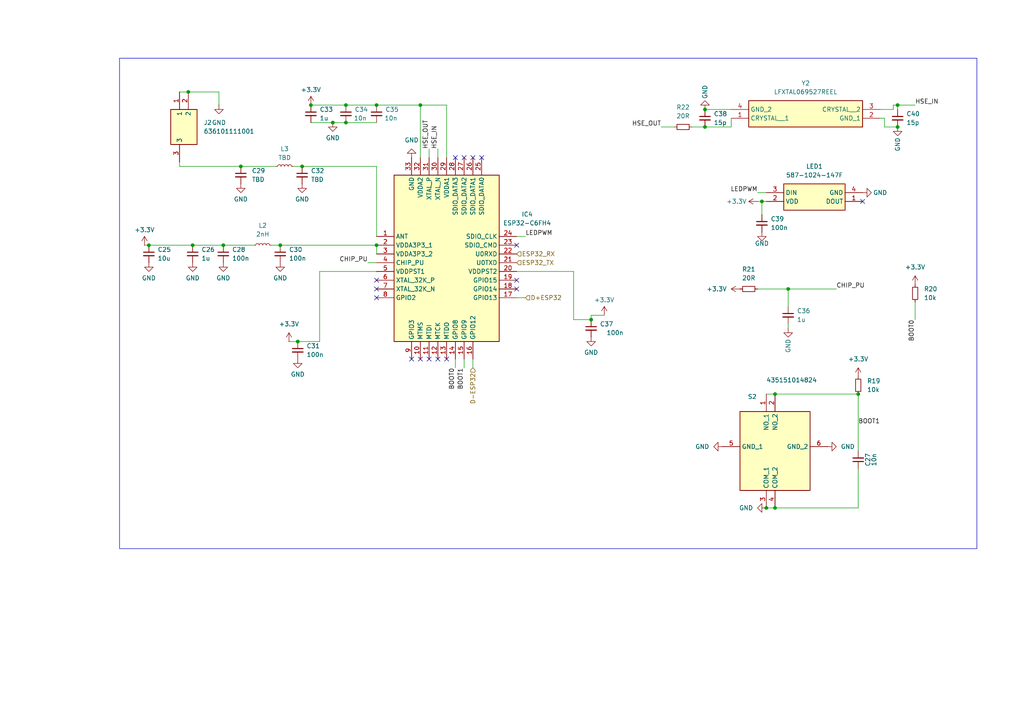
<source format=kicad_sch>
(kicad_sch (version 20250114) (generator "eeschema") (generator_version "9.0")
  (paper "A4")
  (lib_symbols
    (symbol "Device:C_Small" (pin_numbers (hide yes)) (pin_names (offset 0.254) (hide yes))
      (property "Reference" "C" (at 0.254 1.778 0))
      (property "Value" "C_Small" (at 0.254 -2.032 0))
      (symbol "C_Small_0_1"
        (polyline (pts (xy -1.524 0.508) (xy 1.524 0.508)) (stroke (width 0.3048)))
        (polyline (pts (xy -1.524 -0.508) (xy 1.524 -0.508)) (stroke (width 0.3302)))
      )
      (symbol "C_Small_1_1"
        (pin passive line (at 0 2.54 270) (length 2.032) (name "~") (number "1"))
        (pin passive line (at 0 -2.54 90) (length 2.032) (name "~") (number "2"))
      )
    )
    (symbol "Device:L_Small" (pin_numbers (hide yes)) (pin_names (offset 0.254) (hide yes))
      (property "Reference" "L" (at 0.762 1.016 0))
      (property "Value" "L_Small" (at 0.762 -1.016 0))
      (symbol "L_Small_0_1"
        (arc (start 0 2.032) (mid 0.5058 1.524) (end 0 1.016))
        (arc (start 0 1.016) (mid 0.5058 0.508) (end 0 0))
        (arc (start 0 0) (mid 0.5058 -0.508) (end 0 -1.016))
        (arc (start 0 -1.016) (mid 0.5058 -1.524) (end 0 -2.032))
      )
      (symbol "L_Small_1_1"
        (pin passive line (at 0 2.54 270) (length 0.508) (name "~") (number "1"))
        (pin passive line (at 0 -2.54 90) (length 0.508) (name "~") (number "2"))
      )
    )
    (symbol "Device:R_Small" (pin_numbers (hide yes)) (pin_names (offset 0.254) (hide yes))
      (property "Reference" "R" (at 0.762 0.508 0))
      (property "Value" "R_Small" (at 0.762 -1.016 0))
      (symbol "R_Small_0_1"
        (rectangle (start -0.762 1.778) (end 0.762 -1.778) (stroke (width 0.2032)))
      )
      (symbol "R_Small_1_1"
        (pin passive line (at 0 2.54 270) (length 0.762) (name "~") (number "1"))
        (pin passive line (at 0 -2.54 90) (length 0.762) (name "~") (number "2"))
      )
    )
    (symbol "led adressable:587-1024-147F"
      (property "Reference" "LED" (at 24.13 7.62 0))
      (property "Value" "587-1024-147F" (at 24.13 5.08 0))
      (symbol "587-1024-147F_1_1"
        (rectangle (start 5.08 2.54) (end 22.86 -5.08) (stroke (width 0.254)) (fill (type background)))
        (pin passive line (at 0 0 0) (length 5.08) (name "DIN") (number "3"))
        (pin passive line (at 0 -2.54 0) (length 5.08) (name "VDD") (number "2"))
        (pin passive line (at 27.94 0 180) (length 5.08) (name "GND") (number "4"))
        (pin passive line (at 27.94 -2.54 180) (length 5.08) (name "DOUT") (number "1"))
      )
    )
    (symbol "power:+3.3V" (power) (pin_numbers (hide yes)) (pin_names (offset 0) (hide yes))
      (property "Value" "+3.3V" (at 0 3.556 0))
      (symbol "+3.3V_0_1"
        (polyline (pts (xy -0.762 1.27) (xy 0 2.54)))
        (polyline (pts (xy 0 2.54) (xy 0.762 1.27)))
        (polyline (pts (xy 0 0) (xy 0 2.54)))
      )
      (symbol "+3.3V_1_1"
        (pin power_in line (at 0 0 90) (length 0) (name "~") (number "1"))
      )
    )
    (symbol "power:GND" (power) (pin_numbers (hide yes)) (pin_names (offset 0) (hide yes))
      (property "Value" "GND" (at 0 -3.81 0))
      (symbol "GND_0_1"
        (polyline (pts (xy 0 0) (xy 0 -1.27) (xy 1.27 -1.27) (xy 0 -2.54) (xy -1.27 -1.27) (xy 0 -1.27)))
      )
      (symbol "GND_1_1"
        (pin power_in line (at 0 0 270) (length 0) (name "~") (number "1"))
      )
    )
    (symbol "samacsys:435151014824"
      (property "Reference" "S" (at 26.67 15.24 0))
      (property "Value" "435151014824" (at 26.67 12.7 0))
      (symbol "435151014824_1_1"
        (rectangle (start 5.08 10.16) (end 25.4 -12.7) (stroke (width 0.254)) (fill (type background)))
        (pin passive line (at 0 0 0) (length 5.08) (name "GND_1") (number "5"))
        (pin passive line (at 12.7 15.24 270) (length 5.08) (name "NO_1") (number "1"))
        (pin passive line (at 12.7 -17.78 90) (length 5.08) (name "COM_1") (number "3"))
        (pin passive line (at 15.24 15.24 270) (length 5.08) (name "NO_2") (number "2"))
        (pin passive line (at 15.24 -17.78 90) (length 5.08) (name "COM_2") (number "4"))
        (pin passive line (at 30.48 0 180) (length 5.08) (name "GND_2") (number "6"))
      )
    )
    (symbol "samacsys:636101111001"
      (property "Reference" "J" (at 16.51 7.62 0))
      (property "Value" "636101111001" (at 16.51 5.08 0))
      (symbol "636101111001_1_1"
        (rectangle (start 5.08 2.54) (end 15.24 -5.08) (stroke (width 0.254)) (fill (type background)))
        (pin passive line (at 0 0 0) (length 5.08) (name "3") (number "3"))
        (pin passive line (at 20.32 0 180) (length 5.08) (name "1") (number "1"))
        (pin passive line (at 20.32 -2.54 180) (length 5.08) (name "2") (number "2"))
      )
    )
    (symbol "samacsys:ESP32-C6FH4"
      (property "Reference" "IC" (at 36.83 22.86 0))
      (property "Value" "ESP32-C6FH4" (at 36.83 20.32 0))
      (symbol "ESP32-C6FH4_1_1"
        (rectangle (start 5.08 17.78) (end 35.56 -30.48) (stroke (width 0.254)) (fill (type background)))
        (pin passive line (at 0 0 0) (length 5.08) (name "ANT") (number "1"))
        (pin passive line (at 0 -2.54 0) (length 5.08) (name "VDDA3P3_1") (number "2"))
        (pin passive line (at 0 -5.08 0) (length 5.08) (name "VDDA3P3_2") (number "3"))
        (pin passive line (at 0 -7.62 0) (length 5.08) (name "CHIP_PU") (number "4"))
        (pin passive line (at 0 -10.16 0) (length 5.08) (name "VDDPST1") (number "5"))
        (pin passive line (at 0 -12.7 0) (length 5.08) (name "XTAL_32K_P") (number "6"))
        (pin passive line (at 0 -15.24 0) (length 5.08) (name "XTAL_32K_N") (number "7"))
        (pin passive line (at 0 -17.78 0) (length 5.08) (name "GPIO2") (number "8"))
        (pin passive line (at 10.16 22.86 270) (length 5.08) (name "GND") (number "33"))
        (pin passive line (at 10.16 -35.56 90) (length 5.08) (name "GPIO3") (number "9"))
        (pin passive line (at 12.7 22.86 270) (length 5.08) (name "VDDA2") (number "32"))
        (pin passive line (at 12.7 -35.56 90) (length 5.08) (name "MTMS") (number "10"))
        (pin passive line (at 15.24 22.86 270) (length 5.08) (name "XTAL_P") (number "31"))
        (pin passive line (at 15.24 -35.56 90) (length 5.08) (name "MTDI") (number "11"))
        (pin passive line (at 17.78 22.86 270) (length 5.08) (name "XTAL_N") (number "30"))
        (pin passive line (at 17.78 -35.56 90) (length 5.08) (name "MTCK") (number "12"))
        (pin passive line (at 20.32 22.86 270) (length 5.08) (name "VDDA1") (number "29"))
        (pin passive line (at 20.32 -35.56 90) (length 5.08) (name "MTDO") (number "13"))
        (pin passive line (at 22.86 22.86 270) (length 5.08) (name "SDIO_DATA3") (number "28"))
        (pin passive line (at 22.86 -35.56 90) (length 5.08) (name "GPIO8") (number "14"))
        (pin passive line (at 25.4 22.86 270) (length 5.08) (name "SDIO_DATA2") (number "27"))
        (pin passive line (at 25.4 -35.56 90) (length 5.08) (name "GPIO9") (number "15"))
        (pin passive line (at 27.94 22.86 270) (length 5.08) (name "SDIO_DATA1") (number "26"))
        (pin passive line (at 27.94 -35.56 90) (length 5.08) (name "GPIO12") (number "16"))
        (pin passive line (at 30.48 22.86 270) (length 5.08) (name "SDIO_DATA0") (number "25"))
        (pin passive line (at 40.64 0 180) (length 5.08) (name "SDIO_CLK") (number "24"))
        (pin passive line (at 40.64 -2.54 180) (length 5.08) (name "SDIO_CMD") (number "23"))
        (pin passive line (at 40.64 -5.08 180) (length 5.08) (name "U0RXD") (number "22"))
        (pin passive line (at 40.64 -7.62 180) (length 5.08) (name "U0TXD") (number "21"))
        (pin passive line (at 40.64 -10.16 180) (length 5.08) (name "VDDPST2") (number "20"))
        (pin passive line (at 40.64 -12.7 180) (length 5.08) (name "GPIO15") (number "19"))
        (pin passive line (at 40.64 -15.24 180) (length 5.08) (name "GPIO14") (number "18"))
        (pin passive line (at 40.64 -17.78 180) (length 5.08) (name "GPIO13") (number "17"))
      )
    )
    (symbol "samacsys:LFXTAL069527REEL"
      (property "Reference" "Y" (at 39.37 7.62 0))
      (property "Value" "LFXTAL069527REEL" (at 39.37 5.08 0))
      (symbol "LFXTAL069527REEL_1_1"
        (rectangle (start 5.08 2.54) (end 38.1 -5.08) (stroke (width 0.254)) (fill (type background)))
        (pin passive line (at 0 0 0) (length 5.08) (name "GND_2") (number "4"))
        (pin passive line (at 0 -2.54 0) (length 5.08) (name "CRYSTAL__1") (number "1"))
        (pin passive line (at 43.18 0 180) (length 5.08) (name "CRYSTAL__2") (number "3"))
        (pin passive line (at 43.18 -2.54 180) (length 5.08) (name "GND_1") (number "2"))
      )
    )
  )
  (rectangle (start 34.671 16.891) (end 283.337 159.131))
  (junction (at 224.79 114.3))
  (junction (at 220.98 58.42))
  (junction (at 204.47 36.83))
  (junction (at 109.22 71.12))
  (junction (at 69.85 48.26))
  (junction (at 43.18 71.12))
  (junction (at 222.25 147.32))
  (junction (at 121.92 30.48))
  (junction (at 260.35 36.83))
  (junction (at 228.6 83.82))
  (junction (at 55.88 71.12))
  (junction (at 171.45 92.71))
  (junction (at 81.28 71.12))
  (junction (at 260.35 30.48))
  (junction (at 54.61 26.67))
  (junction (at 100.33 35.56))
  (junction (at 109.22 30.48))
  (junction (at 87.63 48.26))
  (junction (at 64.77 71.12))
  (junction (at 100.33 30.48))
  (junction (at 204.47 31.75))
  (junction (at 248.92 114.3))
  (junction (at 96.52 35.56))
  (junction (at 224.79 147.32))
  (junction (at 90.17 30.48))
  (junction (at 86.36 99.06))
  (no_connect (at 127 104.14))
  (no_connect (at 109.22 81.28))
  (no_connect (at 109.22 86.36))
  (no_connect (at 149.86 83.82))
  (no_connect (at 119.38 104.14))
  (no_connect (at 129.54 104.14))
  (no_connect (at 137.16 45.72))
  (no_connect (at 139.7 45.72))
  (no_connect (at 109.22 83.82))
  (no_connect (at 132.08 45.72))
  (no_connect (at 149.86 71.12))
  (no_connect (at 134.62 45.72))
  (no_connect (at 250.19 58.42))
  (no_connect (at 149.86 81.28))
  (no_connect (at 121.92 104.14))
  (no_connect (at 124.46 104.14))
  (wire (pts (xy 166.37 78.74) (xy 149.86 78.74)))
  (wire (pts (xy 96.52 35.56) (xy 100.33 35.56)))
  (wire (pts (xy 100.33 35.56) (xy 109.22 35.56)))
  (wire (pts (xy 129.54 30.48) (xy 121.92 30.48)))
  (wire (pts (xy 256.54 34.29) (xy 256.54 36.83)))
  (wire (pts (xy 248.92 114.3) (xy 248.92 130.81)))
  (wire (pts (xy 81.28 71.12) (xy 109.22 71.12)))
  (wire (pts (xy 171.45 91.44) (xy 175.26 91.44)))
  (wire (pts (xy 109.22 48.26) (xy 87.63 48.26)))
  (wire (pts (xy 166.37 92.71) (xy 166.37 78.74)))
  (wire (pts (xy 152.4 68.58) (xy 149.86 68.58)))
  (wire (pts (xy 265.43 87.63) (xy 265.43 92.71)))
  (wire (pts (xy 259.08 30.48) (xy 259.08 31.75)))
  (wire (pts (xy 90.17 35.56) (xy 96.52 35.56)))
  (wire (pts (xy 109.22 30.48) (xy 121.92 30.48)))
  (wire (pts (xy 43.18 71.12) (xy 55.88 71.12)))
  (wire (pts (xy 69.85 48.26) (xy 80.01 48.26)))
  (wire (pts (xy 137.16 106.68) (xy 137.16 104.14)))
  (wire (pts (xy 204.47 36.83) (xy 212.09 36.83)))
  (wire (pts (xy 55.88 71.12) (xy 64.77 71.12)))
  (wire (pts (xy 52.07 48.26) (xy 69.85 48.26)))
  (wire (pts (xy 171.45 92.71) (xy 171.45 91.44)))
  (wire (pts (xy 248.92 114.3) (xy 224.79 114.3)))
  (wire (pts (xy 109.22 78.74) (xy 92.71 78.74)))
  (wire (pts (xy 86.36 99.06) (xy 92.71 99.06)))
  (wire (pts (xy 127 43.18) (xy 127 45.72)))
  (wire (pts (xy 100.33 30.48) (xy 109.22 30.48)))
  (wire (pts (xy 256.54 36.83) (xy 260.35 36.83)))
  (wire (pts (xy 191.77 36.83) (xy 195.58 36.83)))
  (wire (pts (xy 78.74 71.12) (xy 81.28 71.12)))
  (wire (pts (xy 220.98 58.42) (xy 220.98 62.23)))
  (wire (pts (xy 228.6 93.98) (xy 228.6 95.25)))
  (wire (pts (xy 63.5 26.67) (xy 63.5 30.48)))
  (wire (pts (xy 109.22 68.58) (xy 109.22 48.26)))
  (wire (pts (xy 90.17 30.48) (xy 100.33 30.48)))
  (wire (pts (xy 106.68 76.2) (xy 109.22 76.2)))
  (wire (pts (xy 248.92 147.32) (xy 224.79 147.32)))
  (wire (pts (xy 85.09 48.26) (xy 87.63 48.26)))
  (wire (pts (xy 259.08 30.48) (xy 260.35 30.48)))
  (wire (pts (xy 54.61 26.67) (xy 63.5 26.67)))
  (wire (pts (xy 228.6 83.82) (xy 228.6 88.9)))
  (wire (pts (xy 228.6 83.82) (xy 242.57 83.82)))
  (wire (pts (xy 166.37 92.71) (xy 171.45 92.71)))
  (wire (pts (xy 255.27 34.29) (xy 256.54 34.29)))
  (wire (pts (xy 41.91 71.12) (xy 43.18 71.12)))
  (wire (pts (xy 124.46 43.18) (xy 124.46 45.72)))
  (wire (pts (xy 259.08 31.75) (xy 255.27 31.75)))
  (wire (pts (xy 52.07 48.26) (xy 52.07 46.99)))
  (wire (pts (xy 152.4 86.36) (xy 149.86 86.36)))
  (wire (pts (xy 219.71 83.82) (xy 228.6 83.82)))
  (wire (pts (xy 220.98 58.42) (xy 222.25 58.42)))
  (wire (pts (xy 121.92 30.48) (xy 121.92 45.72)))
  (wire (pts (xy 200.66 36.83) (xy 204.47 36.83)))
  (wire (pts (xy 260.35 30.48) (xy 265.43 30.48)))
  (wire (pts (xy 222.25 147.32) (xy 224.79 147.32)))
  (wire (pts (xy 212.09 36.83) (xy 212.09 34.29)))
  (wire (pts (xy 132.08 106.68) (xy 132.08 104.14)))
  (wire (pts (xy 134.62 106.68) (xy 134.62 104.14)))
  (wire (pts (xy 92.71 78.74) (xy 92.71 99.06)))
  (wire (pts (xy 222.25 114.3) (xy 224.79 114.3)))
  (wire (pts (xy 83.82 99.06) (xy 86.36 99.06)))
  (wire (pts (xy 204.47 31.75) (xy 212.09 31.75)))
  (wire (pts (xy 64.77 71.12) (xy 73.66 71.12)))
  (wire (pts (xy 109.22 71.12) (xy 109.22 73.66)))
  (wire (pts (xy 219.71 58.42) (xy 220.98 58.42)))
  (wire (pts (xy 129.54 30.48) (xy 129.54 45.72)))
  (wire (pts (xy 52.07 26.67) (xy 54.61 26.67)))
  (wire (pts (xy 248.92 135.89) (xy 248.92 147.32)))
  (wire (pts (xy 219.71 55.88) (xy 222.25 55.88)))
  (wire (pts (xy 260.35 30.48) (xy 260.35 31.75)))
  (label "LEDPWM" (at 219.71 55.88 180))
  (label "LEDPWM" (at 152.4 68.58 0))
  (label "HSE_IN" (at 127 43.18 90))
  (label "CHIP_PU" (at 106.68 76.2 180))
  (label "BOOT1" (at 134.62 106.68 270))
  (label "CHIP_PU" (at 242.57 83.82 0))
  (label "BOOT0" (at 132.08 106.68 270))
  (label "HSE_IN" (at 265.43 30.48 0))
  (label "HSE_OUT" (at 191.77 36.83 180))
  (label "BOOT0" (at 265.43 92.71 270))
  (label "BOOT1" (at 248.92 123.19 0))
  (label "HSE_OUT" (at 124.46 43.18 90))
  (hierarchical_label "ESP32_TX" (shape input) (at 149.86 76.2 0))
  (hierarchical_label "ESP32_RX" (shape input) (at 149.86 73.66 0))
  (hierarchical_label "D+ESP32" (shape input) (at 152.4 86.36 0))
  (hierarchical_label "D-ESP32" (shape input) (at 137.16 106.68 270))
  (symbol (lib_id "power:GND") (at 209.55 129.54 270) (unit 1)
    (property "Reference" "#PWR061" (effects (hide yes)))
    (property "Value" "GND" (at 205.74 129.5399 90) (effects (justify right)))
    (property "Description" "Power symbol creates a global label with name \"GND\" , ground" (effects (hide yes)))
  )
  (symbol (lib_id "Device:C_Small") (at 248.92 133.35 180) (unit 1)
    (property "Reference" "C27" (at 251.714 133.35 90))
    (property "Value" "10n" (at 253.492 133.35 90))
    (property "Footprint" "samacsys:C_0201_custom" (effects (hide yes)))
    (property "Description" "Unpolarized capacitor, small symbol" (effects (hide yes)))
  )
  (symbol (lib_id "power:GND") (at 240.03 129.54 90) (unit 1)
    (property "Reference" "#PWR062" (effects (hide yes)))
    (property "Value" "GND" (at 243.84 129.5399 90) (effects (justify right)))
    (property "Description" "Power symbol creates a global label with name \"GND\" , ground" (effects (hide yes)))
  )
  (symbol (lib_id "Device:R_Small") (at 198.12 36.83 90) (unit 1)
    (property "Reference" "R22" (at 198.12 31.115 90))
    (property "Value" "20R" (at 198.12 33.655 90))
    (property "Footprint" "Resistor_SMD:R_0201_0603Metric" (effects (hide yes)))
    (property "Description" "Resistor, small symbol" (effects (hide yes)))
  )
  (symbol (lib_id "power:GND") (at 81.28 76.2 0) (unit 1)
    (property "Reference" "#PWR044" (effects (hide yes)))
    (property "Value" "GND" (at 81.28 80.645 0))
    (property "Description" "Power symbol creates a global label with name \"GND\" , ground" (effects (hide yes)))
  )
  (symbol (lib_id "power:GND") (at 250.19 55.88 90) (unit 1)
    (property "Reference" "#PWR059" (effects (hide yes)))
    (property "Value" "GND" (at 255.27 55.88 90))
    (property "Description" "Power symbol creates a global label with name \"GND\" , ground" (effects (hide yes)))
  )
  (symbol (lib_id "Device:C_Small") (at 228.6 91.44 0) (unit 1)
    (property "Reference" "C36" (at 231.14 90.1762 0) (effects (justify left)))
    (property "Value" "1u" (at 231.14 92.7162 0) (effects (justify left)))
    (property "Footprint" "Capacitor_SMD:C_0402_1005Metric" (effects (hide yes)))
    (property "Description" "Unpolarized capacitor, small symbol" (effects (hide yes)))
  )
  (symbol (lib_id "power:GND") (at 204.47 31.75 180) (unit 1)
    (property "Reference" "#PWR055" (effects (hide yes)))
    (property "Value" "GND" (at 204.47 26.67 90))
    (property "Description" "Power symbol creates a global label with name \"GND\" , ground" (effects (hide yes)))
  )
  (symbol (lib_id "Device:R_Small") (at 248.92 111.76 0) (unit 1)
    (property "Reference" "R19" (at 251.46 110.4899 0) (effects (justify left)))
    (property "Value" "10k" (at 251.46 113.0299 0) (effects (justify left)))
    (property "Footprint" "Resistor_SMD:R_0201_0603Metric" (effects (hide yes)))
    (property "Description" "Resistor, small symbol" (effects (hide yes)))
  )
  (symbol (lib_id "power:GND") (at 64.77 76.2 0) (unit 1)
    (property "Reference" "#PWR041" (effects (hide yes)))
    (property "Value" "GND" (at 64.77 80.645 0))
    (property "Description" "Power symbol creates a global label with name \"GND\" , ground" (effects (hide yes)))
  )
  (symbol (lib_id "Device:C_Small") (at 100.33 33.02 0) (unit 1)
    (property "Reference" "C34" (at 102.87 31.7562 0) (effects (justify left)))
    (property "Value" "10n" (at 102.616 34.29 0) (effects (justify left)))
    (property "Footprint" "samacsys:C_0201_custom" (effects (hide yes)))
    (property "Description" "Unpolarized capacitor, small symbol" (effects (hide yes)))
  )
  (symbol (lib_id "power:GND") (at 220.98 67.31 0) (unit 1)
    (property "Reference" "#PWR057" (effects (hide yes)))
    (property "Value" "GND" (at 220.98 70.612 0))
    (property "Description" "Power symbol creates a global label with name \"GND\" , ground" (effects (hide yes)))
  )
  (symbol (lib_id "power:GND") (at 260.35 36.83 0) (unit 1)
    (property "Reference" "#PWR058" (effects (hide yes)))
    (property "Value" "GND" (at 260.35 41.91 90))
    (property "Description" "Power symbol creates a global label with name \"GND\" , ground" (effects (hide yes)))
  )
  (symbol (lib_id "power:+3.3V") (at 265.43 82.55 0) (unit 1)
    (property "Reference" "#PWR043" (effects (hide yes)))
    (property "Value" "+3.3V" (at 265.43 77.47 0))
    (property "Description" "Power symbol creates a global label with name \"+3.3V\"" (effects (hide yes)))
  )
  (symbol (lib_id "Device:C_Small") (at 171.45 95.25 0) (unit 1)
    (property "Reference" "C37" (at 173.99 93.9862 0) (effects (justify left)))
    (property "Value" "100n" (at 175.895 96.5262 0) (effects (justify left)))
    (property "Footprint" "samacsys:C_0201_custom" (effects (hide yes)))
    (property "Description" "Unpolarized capacitor, small symbol" (effects (hide yes)))
  )
  (symbol (lib_id "power:GND") (at 63.5 30.48 0) (unit 1)
    (property "Reference" "#PWR040" (effects (hide yes)))
    (property "Value" "GND" (at 63.5 35.56 0))
    (property "Description" "Power symbol creates a global label with name \"GND\" , ground" (effects (hide yes)))
  )
  (symbol (lib_id "power:GND") (at 87.63 53.34 0) (unit 1)
    (property "Reference" "#PWR047" (effects (hide yes)))
    (property "Value" "GND" (at 87.63 57.785 0))
    (property "Description" "Power symbol creates a global label with name \"GND\" , ground" (effects (hide yes)))
  )
  (symbol (lib_id "Device:L_Small") (at 76.2 71.12 90) (unit 1)
    (property "Reference" "L2" (at 76.2 65.405 90))
    (property "Value" "2nH" (at 76.2 67.945 90))
    (property "Footprint" "Inductor_SMD:L_0402_1005Metric" (effects (hide yes)))
    (property "Description" "Inductor, small symbol" (effects (hide yes)))
  )
  (symbol (lib_id "Device:C_Small") (at 220.98 64.77 0) (unit 1)
    (property "Reference" "C39" (at 223.52 63.5062 0) (effects (justify left)))
    (property "Value" "100n" (at 223.52 66.0462 0) (effects (justify left)))
    (property "Footprint" "Capacitor_SMD:C_0201_0603Metric" (effects (hide yes)))
    (property "Description" "Unpolarized capacitor, small symbol" (effects (hide yes)))
  )
  (symbol (lib_id "power:+3.3V") (at 214.63 83.82 90) (unit 1)
    (property "Reference" "#PWR050" (effects (hide yes)))
    (property "Value" "+3.3V" (at 210.82 83.8199 90) (effects (justify left)))
    (property "Description" "Power symbol creates a global label with name \"+3.3V\"" (effects (hide yes)))
  )
  (symbol (lib_id "samacsys:LFXTAL069527REEL") (at 212.09 31.75 0) (unit 1)
    (property "Reference" "Y2" (at 233.68 24.13 0))
    (property "Value" "LFXTAL069527REEL" (at 233.68 26.67 0))
    (property "Footprint" "samacsys:LFXTAL069527REEL" (effects (hide yes)))
    (property "Datasheet" "https://www.mouser.de/datasheet/2/741/LFXTAL069527Reel-940593.pdf" (effects (hide yes)))
    (property "Description" "Crystal 40MHz +/-15ppm (Tol) +/-15ppm (Stability) 8pF FUND 100Ohm 4-Pin CSMD T/R" (effects (hide yes)))
    (property "Height" "0.4" (effects (hide yes)))
    (property "Manufacturer_Name" "IQD" (effects (hide yes)))
    (property "Manufacturer_Part_Number" "LFXTAL069527REEL" (effects (hide yes)))
  )
  (symbol (lib_id "Device:C_Small") (at 55.88 73.66 0) (unit 1)
    (property "Reference" "C26" (at 58.42 72.3962 0) (effects (justify left)))
    (property "Value" "1u" (at 58.42 74.9362 0) (effects (justify left)))
    (property "Footprint" "Capacitor_SMD:C_0402_1005Metric" (effects (hide yes)))
    (property "Description" "Unpolarized capacitor, small symbol" (effects (hide yes)))
  )
  (symbol (lib_id "power:GND") (at 96.52 35.56 0) (unit 1)
    (property "Reference" "#PWR049" (effects (hide yes)))
    (property "Value" "GND" (at 96.52 40.005 0))
    (property "Description" "Power symbol creates a global label with name \"GND\" , ground" (effects (hide yes)))
  )
  (symbol (lib_id "Device:L_Small") (at 82.55 48.26 90) (unit 1)
    (property "Reference" "L3" (at 82.55 43.18 90))
    (property "Value" "TBD" (at 82.55 45.72 90))
    (property "Footprint" "Inductor_SMD:L_0402_1005Metric" (effects (hide yes)))
    (property "Description" "Inductor, small symbol" (effects (hide yes)))
  )
  (symbol (lib_id "power:GND") (at 171.45 97.79 0) (unit 1)
    (property "Reference" "#PWR053" (effects (hide yes)))
    (property "Value" "GND" (at 171.45 102.235 0))
    (property "Description" "Power symbol creates a global label with name \"GND\" , ground" (effects (hide yes)))
  )
  (symbol (lib_id "Device:C_Small") (at 43.18 73.66 0) (unit 1)
    (property "Reference" "C25" (at 45.72 72.3962 0) (effects (justify left)))
    (property "Value" "10u" (at 45.72 74.9362 0) (effects (justify left)))
    (property "Footprint" "Capacitor_SMD:C_0402_1005Metric" (effects (hide yes)))
    (property "Description" "Unpolarized capacitor, small symbol" (effects (hide yes)))
  )
  (symbol (lib_id "samacsys:ESP32-C6FH4") (at 109.22 68.58 0) (unit 1)
    (property "Reference" "IC4" (at 152.908 62.1598 0))
    (property "Value" "ESP32-C6FH4" (at 152.908 64.6998 0))
    (property "Footprint" "samacsys:QFN50P500X500X90-33N" (effects (hide yes)))
    (property "Datasheet" "https://www.mouser.ch/ProductDetail/Espressif-Systems/ESP32-C6FH4?qs=sGAEpiMZZMu3sxpa5v1qriveB5Rxa06Y9iJOmwW58jU%3D" (effects (hide yes)))
    (property "Description" "Multiprotocol Modules SMD IC ESP32-C6FH4, RISC-V single-core MCU, 2.4G Wi-Fi 6 & BLE 5.0 combo, 4 MB flash, QFN 32-pin," (effects (hide yes)))
    (property "Height" "0.9" (effects (hide yes)))
    (property "Manufacturer_Name" "Espressif Systems" (effects (hide yes)))
    (property "Manufacturer_Part_Number" "ESP32-C6FH4" (effects (hide yes)))
    (property "Mouser Part Number" "356-ESP32-C6FH4" (effects (hide yes)))
    (property "Mouser Price/Stock" "https://www.mouser.co.uk/ProductDetail/Espressif-Systems/ESP32-C6FH4?qs=Imq1NPwxi77uZvg%252BuAIiXA%3D%3D" (effects (hide yes)))
  )
  (symbol (lib_id "Device:C_Small") (at 81.28 73.66 0) (unit 1)
    (property "Reference" "C30" (at 83.82 72.3962 0) (effects (justify left)))
    (property "Value" "100n" (at 83.82 74.9362 0) (effects (justify left)))
    (property "Footprint" "Capacitor_SMD:C_0201_0603Metric" (effects (hide yes)))
    (property "Description" "Unpolarized capacitor, small symbol" (effects (hide yes)))
  )
  (symbol (lib_id "power:GND") (at 69.85 53.34 0) (unit 1)
    (property "Reference" "#PWR042" (effects (hide yes)))
    (property "Value" "GND" (at 69.85 57.785 0))
    (property "Description" "Power symbol creates a global label with name \"GND\" , ground" (effects (hide yes)))
  )
  (symbol (lib_id "Device:R_Small") (at 217.17 83.82 90) (unit 1)
    (property "Reference" "R21" (at 217.17 78.105 90))
    (property "Value" "20R" (at 217.17 80.645 90))
    (property "Footprint" "samacsys:R_0201_custom" (effects (hide yes)))
    (property "Description" "Resistor, small symbol" (effects (hide yes)))
  )
  (symbol (lib_id "Device:C_Small") (at 90.17 33.02 0) (unit 1)
    (property "Reference" "C33" (at 92.71 31.7562 0) (effects (justify left)))
    (property "Value" "1u" (at 92.71 34.2962 0) (effects (justify left)))
    (property "Footprint" "Capacitor_SMD:C_0402_1005Metric" (effects (hide yes)))
    (property "Description" "Unpolarized capacitor, small symbol" (effects (hide yes)))
  )
  (symbol (lib_id "power:+3.3V") (at 90.17 30.48 0) (unit 1)
    (property "Reference" "#PWR048" (effects (hide yes)))
    (property "Value" "+3.3V" (at 90.17 26.035 0))
    (property "Description" "Power symbol creates a global label with name \"+3.3V\"" (effects (hide yes)))
  )
  (symbol (lib_id "Device:C_Small") (at 109.22 33.02 0) (unit 1)
    (property "Reference" "C35" (at 111.76 31.7562 0) (effects (justify left)))
    (property "Value" "10n" (at 111.506 34.29 0) (effects (justify left)))
    (property "Footprint" "samacsys:C_0201_custom" (effects (hide yes)))
    (property "Description" "Unpolarized capacitor, small symbol" (effects (hide yes)))
  )
  (symbol (lib_id "Device:C_Small") (at 86.36 101.6 0) (unit 1)
    (property "Reference" "C31" (at 88.9 100.3362 0) (effects (justify left)))
    (property "Value" "100n" (at 88.9 102.8762 0) (effects (justify left)))
    (property "Footprint" "samacsys:C_0201_custom" (effects (hide yes)))
    (property "Description" "Unpolarized capacitor, small symbol" (effects (hide yes)))
  )
  (symbol (lib_id "power:+3.3V") (at 248.92 109.22 0) (unit 1)
    (property "Reference" "#PWR037" (effects (hide yes)))
    (property "Value" "+3.3V" (at 248.92 104.14 0))
    (property "Description" "Power symbol creates a global label with name \"+3.3V\"" (effects (hide yes)))
  )
  (symbol (lib_id "power:GND") (at 119.38 45.72 180) (unit 1)
    (property "Reference" "#PWR051" (effects (hide yes)))
    (property "Value" "GND" (at 119.38 40.64 0))
    (property "Description" "Power symbol creates a global label with name \"GND\" , ground" (effects (hide yes)))
  )
  (symbol (lib_id "power:GND") (at 228.6 95.25 0) (unit 1)
    (property "Reference" "#PWR052" (effects (hide yes)))
    (property "Value" "GND" (at 228.6 100.33 90))
    (property "Description" "Power symbol creates a global label with name \"GND\" , ground" (effects (hide yes)))
  )
  (symbol (lib_id "Device:C_Small") (at 204.47 34.29 0) (unit 1)
    (property "Reference" "C38" (at 207.01 33.0262 0) (effects (justify left)))
    (property "Value" "15p" (at 207.01 35.5662 0) (effects (justify left)))
    (property "Footprint" "samacsys:C_0201_custom" (effects (hide yes)))
    (property "Description" "Unpolarized capacitor, small symbol" (effects (hide yes)))
  )
  (symbol (lib_id "Device:C_Small") (at 87.63 50.8 0) (unit 1)
    (property "Reference" "C32" (at 90.17 49.5362 0) (effects (justify left)))
    (property "Value" "TBD" (at 90.17 52.0762 0) (effects (justify left)))
    (property "Footprint" "Capacitor_SMD:C_0402_1005Metric" (effects (hide yes)))
    (property "Description" "Unpolarized capacitor, small symbol" (effects (hide yes)))
  )
  (symbol (lib_id "power:GND") (at 43.18 76.2 0) (unit 1)
    (property "Reference" "#PWR036" (effects (hide yes)))
    (property "Value" "GND" (at 43.18 80.645 0))
    (property "Description" "Power symbol creates a global label with name \"GND\" , ground" (effects (hide yes)))
  )
  (symbol (lib_id "Device:R_Small") (at 265.43 85.09 0) (unit 1)
    (property "Reference" "R20" (at 267.97 83.8199 0) (effects (justify left)))
    (property "Value" "10k" (at 267.97 86.3599 0) (effects (justify left)))
    (property "Footprint" "Resistor_SMD:R_0201_0603Metric" (effects (hide yes)))
    (property "Description" "Resistor, small symbol" (effects (hide yes)))
  )
  (symbol (lib_id "power:GND") (at 86.36 104.14 0) (unit 1)
    (property "Reference" "#PWR046" (effects (hide yes)))
    (property "Value" "GND" (at 86.36 108.585 0))
    (property "Description" "Power symbol creates a global label with name \"GND\" , ground" (effects (hide yes)))
  )
  (symbol (lib_id "power:+3.3V") (at 83.82 99.06 0) (unit 1)
    (property "Reference" "#PWR045" (effects (hide yes)))
    (property "Value" "+3.3V" (at 83.82 93.98 0))
    (property "Description" "Power symbol creates a global label with name \"+3.3V\"" (effects (hide yes)))
  )
  (symbol (lib_id "samacsys:636101111001") (at 52.07 46.99 90) (unit 1)
    (property "Reference" "J2" (at 59.055 35.5599 90) (effects (justify right)))
    (property "Value" "636101111001" (at 59.055 38.0999 90) (effects (justify right)))
    (property "Footprint" "samacsys:636101111001" (effects (hide yes)))
    (property "Datasheet" "https://www.we-online.com/components/products/datasheet/636101111001.pdf" (effects (hide yes)))
    (property "Description" "RF / Coaxial Connector, UMRF Coaxial, Straight Jack, Surface Mount Vertical, 50 ohm, Brass" (effects (hide yes)))
    (property "Height" "1.4" (effects (hide yes)))
    (property "Mouser Part Number" "710-636101111001" (effects (hide yes)))
    (property "Mouser Price/Stock" "https://www.mouser.co.uk/ProductDetail/Wurth-Elektronik/636101111001?qs=iLbezkQI%252BsgxRyLAlbHoAw%3D%3D" (effects (hide yes)))
    (property "Manufacturer_Name" "Wurth Elektronik" (effects (hide yes)))
    (property "Manufacturer_Part_Number" "636101111001" (effects (hide yes)))
  )
  (symbol (lib_id "Device:C_Small") (at 69.85 50.8 0) (unit 1)
    (property "Reference" "C29" (at 73.025 49.5362 0) (effects (justify left)))
    (property "Value" "TBD" (at 73.025 52.0762 0) (effects (justify left)))
    (property "Footprint" "Capacitor_SMD:C_0402_1005Metric" (effects (hide yes)))
    (property "Description" "Unpolarized capacitor, small symbol" (effects (hide yes)))
  )
  (symbol (lib_id "power:+3.3V") (at 219.71 58.42 90) (unit 1)
    (property "Reference" "#PWR056" (effects (hide yes)))
    (property "Value" "+3.3V" (at 213.614 58.42 90))
    (property "Description" "Power symbol creates a global label with name \"+3.3V\"" (effects (hide yes)))
  )
  (symbol (lib_id "Device:C_Small") (at 260.35 34.29 0) (unit 1)
    (property "Reference" "C40" (at 262.89 33.0262 0) (effects (justify left)))
    (property "Value" "15p" (at 262.89 35.5662 0) (effects (justify left)))
    (property "Footprint" "samacsys:C_0201_custom" (effects (hide yes)))
    (property "Description" "Unpolarized capacitor, small symbol" (effects (hide yes)))
  )
  (symbol (lib_id "power:+3.3V") (at 175.26 91.44 0) (unit 1)
    (property "Reference" "#PWR054" (effects (hide yes)))
    (property "Value" "+3.3V" (at 175.26 86.995 0))
    (property "Description" "Power symbol creates a global label with name \"+3.3V\"" (effects (hide yes)))
  )
  (symbol (lib_id "Device:C_Small") (at 64.77 73.66 0) (unit 1)
    (property "Reference" "C28" (at 67.31 72.3962 0) (effects (justify left)))
    (property "Value" "100n" (at 67.31 74.9362 0) (effects (justify left)))
    (property "Footprint" "Capacitor_SMD:C_0201_0603Metric" (effects (hide yes)))
    (property "Description" "Unpolarized capacitor, small symbol" (effects (hide yes)))
  )
  (symbol (lib_id "power:GND") (at 222.25 147.32 270) (unit 1)
    (property "Reference" "#PWR063" (effects (hide yes)))
    (property "Value" "GND" (at 218.44 147.3199 90) (effects (justify right)))
    (property "Description" "Power symbol creates a global label with name \"GND\" , ground" (effects (hide yes)))
  )
  (symbol (lib_id "led adressable:587-1024-147F") (at 222.25 55.88 0) (unit 1)
    (property "Reference" "LED1" (at 236.22 48.26 0))
    (property "Value" "587-1024-147F" (at 236.22 50.8 0))
    (property "Footprint" "samacsys:5871024147F" (effects (hide yes)))
    (property "Datasheet" "https://s3-us-west-2.amazonaws.com/catsy.557/Dialight_datasheet_587-1024-147F_Addressable_RGB.pdf" (effects (hide yes)))
    (property "Description" "Addressable Lighting 587 1 LED Discrete Red, Green, Blue (RGB) 2.00mm L x 2.00mm W" (effects (hide yes)))
    (property "Height" "0.9" (effects (hide yes)))
    (property "Manufacturer_Name" "Dialight" (effects (hide yes)))
    (property "Manufacturer_Part_Number" "587-1024-147F" (effects (hide yes)))
  )
  (symbol (lib_id "samacsys:435151014824") (at 209.55 129.54 0) (unit 1)
    (property "Reference" "S2" (at 218.186 115.062 0))
    (property "Value" "435151014824" (at 229.616 110.236 0))
    (property "Footprint" "samacsys:435151014824" (effects (hide yes)))
    (property "Datasheet" "https://componentsearchengine.com/Datasheets/2/435151014824.pdf" (effects (hide yes)))
    (property "Description" "Tactile Switches WS-TASV Tact Switch" (effects (hide yes)))
    (property "Height" "1.4" (effects (hide yes)))
    (property "Mouser Part Number" "710-435151014824" (effects (hide yes)))
    (property "Mouser Price/Stock" "https://www.mouser.co.uk/ProductDetail/Wurth-Elektronik/435151014824?qs=OlC7AqGiEDkCCtReGm3ZVw%3D%3D" (effects (hide yes)))
    (property "Manufacturer_Name" "Wurth Elektronik" (effects (hide yes)))
    (property "Manufacturer_Part_Number" "435151014824" (effects (hide yes)))
  )
  (symbol (lib_id "power:GND") (at 55.88 76.2 0) (unit 1)
    (property "Reference" "#PWR039" (effects (hide yes)))
    (property "Value" "GND" (at 55.88 80.645 0))
    (property "Description" "Power symbol creates a global label with name \"GND\" , ground" (effects (hide yes)))
  )
  (symbol (lib_id "power:+3.3V") (at 41.91 71.12 0) (unit 1)
    (property "Reference" "#PWR035" (effects (hide yes)))
    (property "Value" "+3.3V" (at 41.91 66.675 0))
    (property "Description" "Power symbol creates a global label with name \"+3.3V\"" (effects (hide yes)))
  )
)
</source>
